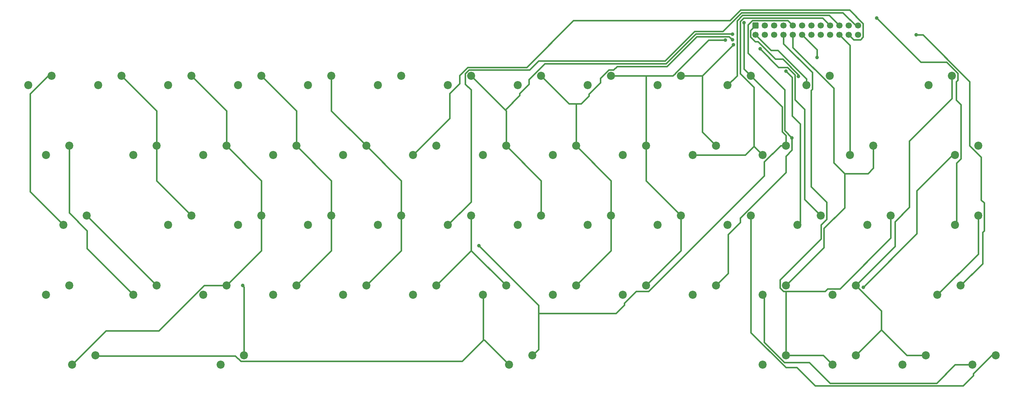
<source format=gbr>
%TF.GenerationSoftware,KiCad,Pcbnew,7.0.1*%
%TF.CreationDate,2023-10-19T22:58:34+03:00*%
%TF.ProjectId,keyboard_cherry,6b657962-6f61-4726-945f-636865727279,rev?*%
%TF.SameCoordinates,Original*%
%TF.FileFunction,Copper,L2,Bot*%
%TF.FilePolarity,Positive*%
%FSLAX46Y46*%
G04 Gerber Fmt 4.6, Leading zero omitted, Abs format (unit mm)*
G04 Created by KiCad (PCBNEW 7.0.1) date 2023-10-19 22:58:34*
%MOMM*%
%LPD*%
G01*
G04 APERTURE LIST*
G04 Aperture macros list*
%AMRoundRect*
0 Rectangle with rounded corners*
0 $1 Rounding radius*
0 $2 $3 $4 $5 $6 $7 $8 $9 X,Y pos of 4 corners*
0 Add a 4 corners polygon primitive as box body*
4,1,4,$2,$3,$4,$5,$6,$7,$8,$9,$2,$3,0*
0 Add four circle primitives for the rounded corners*
1,1,$1+$1,$2,$3*
1,1,$1+$1,$4,$5*
1,1,$1+$1,$6,$7*
1,1,$1+$1,$8,$9*
0 Add four rect primitives between the rounded corners*
20,1,$1+$1,$2,$3,$4,$5,0*
20,1,$1+$1,$4,$5,$6,$7,0*
20,1,$1+$1,$6,$7,$8,$9,0*
20,1,$1+$1,$8,$9,$2,$3,0*%
G04 Aperture macros list end*
%TA.AperFunction,ComponentPad*%
%ADD10RoundRect,0.250000X0.600000X-0.600000X0.600000X0.600000X-0.600000X0.600000X-0.600000X-0.600000X0*%
%TD*%
%TA.AperFunction,ComponentPad*%
%ADD11C,1.700000*%
%TD*%
%TA.AperFunction,ComponentPad*%
%ADD12C,2.200000*%
%TD*%
%TA.AperFunction,ViaPad*%
%ADD13C,1.000000*%
%TD*%
%TA.AperFunction,Conductor*%
%ADD14C,0.400000*%
%TD*%
G04 APERTURE END LIST*
D10*
%TO.P,J1,1,Pin_1*%
%TO.N,Net-(J1-Pin_1)*%
X211750000Y-4590000D03*
D11*
%TO.P,J1,2,Pin_2*%
%TO.N,Net-(J1-Pin_2)*%
X211750000Y-7130000D03*
%TO.P,J1,3,Pin_3*%
%TO.N,Net-(J1-Pin_3)*%
X214290000Y-4590000D03*
%TO.P,J1,4,Pin_4*%
%TO.N,Net-(J1-Pin_4)*%
X214290000Y-7130000D03*
%TO.P,J1,5,Pin_5*%
%TO.N,Net-(J1-Pin_5)*%
X216830000Y-4590000D03*
%TO.P,J1,6,Pin_6*%
%TO.N,Net-(J1-Pin_6)*%
X216830000Y-7130000D03*
%TO.P,J1,7,Pin_7*%
%TO.N,Net-(J1-Pin_7)*%
X219370000Y-4590000D03*
%TO.P,J1,8,Pin_8*%
%TO.N,Net-(J1-Pin_8)*%
X219370000Y-7130000D03*
%TO.P,J1,9,Pin_9*%
%TO.N,Net-(J1-Pin_9)*%
X221910000Y-4590000D03*
%TO.P,J1,10,Pin_10*%
%TO.N,Net-(J1-Pin_10)*%
X221910000Y-7130000D03*
%TO.P,J1,11,Pin_11*%
%TO.N,Net-(J1-Pin_11)*%
X224450000Y-4590000D03*
%TO.P,J1,12,Pin_12*%
%TO.N,Net-(J1-Pin_12)*%
X224450000Y-7130000D03*
%TO.P,J1,13,Pin_13*%
%TO.N,Net-(J1-Pin_13)*%
X226990000Y-4590000D03*
%TO.P,J1,14,Pin_14*%
%TO.N,Net-(J1-Pin_14)*%
X226990000Y-7130000D03*
%TO.P,J1,15,Pin_15*%
%TO.N,Net-(J1-Pin_15)*%
X229530000Y-4590000D03*
%TO.P,J1,16,Pin_16*%
%TO.N,Net-(J1-Pin_16)*%
X229530000Y-7130000D03*
%TO.P,J1,17,Pin_17*%
%TO.N,Net-(J1-Pin_17)*%
X232070000Y-4590000D03*
%TO.P,J1,18,Pin_18*%
%TO.N,Net-(J1-Pin_18)*%
X232070000Y-7130000D03*
%TO.P,J1,19,Pin_19*%
%TO.N,Net-(J1-Pin_19)*%
X234610000Y-4590000D03*
%TO.P,J1,20,Pin_20*%
%TO.N,Net-(J1-Pin_20)*%
X234610000Y-7130000D03*
%TO.P,J1,21,Pin_21*%
%TO.N,Net-(J1-Pin_21)*%
X237150000Y-4590000D03*
%TO.P,J1,22,Pin_22*%
%TO.N,Net-(J1-Pin_22)*%
X237150000Y-7130000D03*
%TO.P,J1,23,Pin_23*%
%TO.N,Net-(J1-Pin_23)*%
X239690000Y-4590000D03*
%TO.P,J1,24,Pin_24*%
%TO.N,Net-(J1-Pin_24)*%
X239690000Y-7130000D03*
%TD*%
D12*
%TO.P,SW21,1,1*%
%TO.N,Net-(J1-Pin_4)*%
X162867900Y-37350000D03*
%TO.P,SW21,2,2*%
%TO.N,Net-(J1-Pin_17)*%
X156517900Y-39890000D03*
%TD*%
%TO.P,SW59,1,1*%
%TO.N,Net-(J1-Pin_6)*%
X277167900Y-94500000D03*
%TO.P,SW59,2,2*%
%TO.N,Net-(J1-Pin_13)*%
X270817900Y-97040000D03*
%TD*%
%TO.P,SW33,1,1*%
%TO.N,Net-(J1-Pin_3)*%
X153342900Y-56400000D03*
%TO.P,SW33,2,2*%
%TO.N,Net-(J1-Pin_15)*%
X146992900Y-58940000D03*
%TD*%
%TO.P,SW60,1,1*%
%TO.N,Net-(J1-Pin_1)*%
X231924200Y-18300000D03*
%TO.P,SW60,2,2*%
%TO.N,Net-(J1-Pin_2)*%
X225574200Y-20840000D03*
%TD*%
%TO.P,SW2,1,1*%
%TO.N,Net-(J1-Pin_9)*%
X272405400Y-37350000D03*
%TO.P,SW2,2,2*%
%TO.N,Net-(J1-Pin_20)*%
X266055400Y-39890000D03*
%TD*%
%TO.P,SW23,1,1*%
%TO.N,Net-(J1-Pin_6)*%
X200967900Y-37350000D03*
%TO.P,SW23,2,2*%
%TO.N,Net-(J1-Pin_17)*%
X194617900Y-39890000D03*
%TD*%
%TO.P,SW25,1,1*%
%TO.N,Net-(J1-Pin_11)*%
X72380400Y-94500000D03*
%TO.P,SW25,2,2*%
%TO.N,Net-(J1-Pin_18)*%
X66030400Y-97040000D03*
%TD*%
%TO.P,SW46,1,1*%
%TO.N,Net-(J1-Pin_5)*%
X181917900Y-75450000D03*
%TO.P,SW46,2,2*%
%TO.N,Net-(J1-Pin_13)*%
X175567900Y-77990000D03*
%TD*%
%TO.P,SW29,1,1*%
%TO.N,Net-(J1-Pin_6)*%
X77142900Y-56400000D03*
%TO.P,SW29,2,2*%
%TO.N,Net-(J1-Pin_23)*%
X70792900Y-58940000D03*
%TD*%
%TO.P,SW32,1,1*%
%TO.N,Net-(J1-Pin_3)*%
X134292900Y-56400000D03*
%TO.P,SW32,2,2*%
%TO.N,Net-(J1-Pin_23)*%
X127942900Y-58940000D03*
%TD*%
%TO.P,SW17,1,1*%
%TO.N,Net-(J1-Pin_5)*%
X86667900Y-37350000D03*
%TO.P,SW17,2,2*%
%TO.N,Net-(J1-Pin_22)*%
X80317900Y-39890000D03*
%TD*%
%TO.P,SW49,1,1*%
%TO.N,Net-(J1-Pin_13)*%
X31899200Y-94500000D03*
%TO.P,SW49,2,2*%
%TO.N,Net-(J1-Pin_6)*%
X25549200Y-97040000D03*
%TD*%
%TO.P,SW37,1,1*%
%TO.N,Net-(J1-Pin_7)*%
X272405400Y-56400000D03*
%TO.P,SW37,2,2*%
%TO.N,Net-(J1-Pin_15)*%
X266055400Y-58940000D03*
%TD*%
%TO.P,SW13,1,1*%
%TO.N,Net-(J1-Pin_14)*%
X19992900Y-18300000D03*
%TO.P,SW13,2,2*%
%TO.N,Net-(J1-Pin_12)*%
X13642900Y-20840000D03*
%TD*%
%TO.P,SW39,1,1*%
%TO.N,Net-(J1-Pin_11)*%
X48567900Y-75450000D03*
%TO.P,SW39,2,2*%
%TO.N,Net-(J1-Pin_20)*%
X42217900Y-77990000D03*
%TD*%
%TO.P,SW19,1,1*%
%TO.N,Net-(J1-Pin_3)*%
X124767900Y-37350000D03*
%TO.P,SW19,2,2*%
%TO.N,Net-(J1-Pin_22)*%
X118417900Y-39890000D03*
%TD*%
%TO.P,SW28,1,1*%
%TO.N,Net-(J1-Pin_7)*%
X58092900Y-56400000D03*
%TO.P,SW28,2,2*%
%TO.N,Net-(J1-Pin_23)*%
X51742900Y-58940000D03*
%TD*%
%TO.P,SW24,1,1*%
%TO.N,Net-(J1-Pin_7)*%
X220017900Y-37350000D03*
%TO.P,SW24,2,2*%
%TO.N,Net-(J1-Pin_17)*%
X213667900Y-39890000D03*
%TD*%
%TO.P,SW9,1,1*%
%TO.N,Net-(J1-Pin_4)*%
X153342900Y-18300000D03*
%TO.P,SW9,2,2*%
%TO.N,Net-(J1-Pin_19)*%
X146992900Y-20840000D03*
%TD*%
%TO.P,SW34,1,1*%
%TO.N,Net-(J1-Pin_4)*%
X172392900Y-56400000D03*
%TO.P,SW34,2,2*%
%TO.N,Net-(J1-Pin_15)*%
X166042900Y-58940000D03*
%TD*%
%TO.P,SW6,1,1*%
%TO.N,Net-(J1-Pin_4)*%
X96192900Y-18300000D03*
%TO.P,SW6,2,2*%
%TO.N,Net-(J1-Pin_21)*%
X89842900Y-20840000D03*
%TD*%
%TO.P,SW12,1,1*%
%TO.N,Net-(J1-Pin_7)*%
X210492900Y-18300000D03*
%TO.P,SW12,2,2*%
%TO.N,Net-(J1-Pin_19)*%
X204142900Y-20840000D03*
%TD*%
%TO.P,SW22,1,1*%
%TO.N,Net-(J1-Pin_5)*%
X181917900Y-37350000D03*
%TO.P,SW22,2,2*%
%TO.N,Net-(J1-Pin_17)*%
X175567900Y-39890000D03*
%TD*%
%TO.P,SW45,1,1*%
%TO.N,Net-(J1-Pin_4)*%
X162867900Y-75450000D03*
%TO.P,SW45,2,2*%
%TO.N,Net-(J1-Pin_13)*%
X156517900Y-77990000D03*
%TD*%
%TO.P,SW57,1,1*%
%TO.N,Net-(J1-Pin_18)*%
X239067900Y-94500000D03*
%TO.P,SW57,2,2*%
%TO.N,Net-(J1-Pin_8)*%
X232717900Y-97040000D03*
%TD*%
%TO.P,SW58,1,1*%
%TO.N,Net-(J1-Pin_9)*%
X200967900Y-75450000D03*
%TO.P,SW58,2,2*%
%TO.N,Net-(J1-Pin_13)*%
X194617900Y-77990000D03*
%TD*%
%TO.P,SW41,1,1*%
%TO.N,Net-(J1-Pin_5)*%
X86667900Y-75450000D03*
%TO.P,SW41,2,2*%
%TO.N,Net-(J1-Pin_24)*%
X80317900Y-77990000D03*
%TD*%
%TO.P,SW51,1,1*%
%TO.N,Net-(J1-Pin_8)*%
X248592900Y-56400000D03*
%TO.P,SW51,2,2*%
%TO.N,Net-(J1-Pin_16)*%
X242242900Y-58940000D03*
%TD*%
%TO.P,SW36,1,1*%
%TO.N,Net-(J1-Pin_6)*%
X210492900Y-56400000D03*
%TO.P,SW36,2,2*%
%TO.N,Net-(J1-Pin_15)*%
X204142900Y-58940000D03*
%TD*%
%TO.P,SW48,1,1*%
%TO.N,Net-(J1-Pin_24)*%
X267642900Y-75450000D03*
%TO.P,SW48,2,2*%
%TO.N,Net-(J1-Pin_7)*%
X261292900Y-77990000D03*
%TD*%
%TO.P,SW10,1,1*%
%TO.N,Net-(J1-Pin_5)*%
X172392900Y-18300000D03*
%TO.P,SW10,2,2*%
%TO.N,Net-(J1-Pin_19)*%
X166042900Y-20840000D03*
%TD*%
%TO.P,SW4,1,1*%
%TO.N,Net-(J1-Pin_6)*%
X58092900Y-18300000D03*
%TO.P,SW4,2,2*%
%TO.N,Net-(J1-Pin_21)*%
X51742900Y-20840000D03*
%TD*%
%TO.P,SW31,1,1*%
%TO.N,Net-(J1-Pin_4)*%
X115242900Y-56400000D03*
%TO.P,SW31,2,2*%
%TO.N,Net-(J1-Pin_23)*%
X108892900Y-58940000D03*
%TD*%
%TO.P,SW5,1,1*%
%TO.N,Net-(J1-Pin_5)*%
X77142900Y-18300000D03*
%TO.P,SW5,2,2*%
%TO.N,Net-(J1-Pin_21)*%
X70792900Y-20840000D03*
%TD*%
%TO.P,SW1,1,1*%
%TO.N,Net-(J1-Pin_10)*%
X243830400Y-37350000D03*
%TO.P,SW1,2,2*%
%TO.N,Net-(J1-Pin_20)*%
X237480400Y-39890000D03*
%TD*%
%TO.P,SW7,1,1*%
%TO.N,Net-(J1-Pin_3)*%
X115242900Y-18300000D03*
%TO.P,SW7,2,2*%
%TO.N,Net-(J1-Pin_21)*%
X108892900Y-20840000D03*
%TD*%
%TO.P,SW53,1,1*%
%TO.N,Net-(J1-Pin_18)*%
X258117900Y-94500000D03*
%TO.P,SW53,2,2*%
%TO.N,Net-(J1-Pin_10)*%
X251767900Y-97040000D03*
%TD*%
%TO.P,SW56,1,1*%
%TO.N,Net-(J1-Pin_18)*%
X239067900Y-75450000D03*
%TO.P,SW56,2,2*%
%TO.N,Net-(J1-Pin_9)*%
X232717900Y-77990000D03*
%TD*%
%TO.P,SW16,1,1*%
%TO.N,Net-(J1-Pin_6)*%
X67617900Y-37350000D03*
%TO.P,SW16,2,2*%
%TO.N,Net-(J1-Pin_22)*%
X61267900Y-39890000D03*
%TD*%
%TO.P,SW40,1,1*%
%TO.N,Net-(J1-Pin_6)*%
X67617900Y-75450000D03*
%TO.P,SW40,2,2*%
%TO.N,Net-(J1-Pin_24)*%
X61267900Y-77990000D03*
%TD*%
%TO.P,SW18,1,1*%
%TO.N,Net-(J1-Pin_4)*%
X105717900Y-37350000D03*
%TO.P,SW18,2,2*%
%TO.N,Net-(J1-Pin_22)*%
X99367900Y-39890000D03*
%TD*%
%TO.P,SW42,1,1*%
%TO.N,Net-(J1-Pin_4)*%
X105717900Y-75450000D03*
%TO.P,SW42,2,2*%
%TO.N,Net-(J1-Pin_24)*%
X99367900Y-77990000D03*
%TD*%
%TO.P,SW54,1,1*%
%TO.N,Net-(J1-Pin_7)*%
X150961700Y-94500000D03*
%TO.P,SW54,2,2*%
%TO.N,Net-(J1-Pin_13)*%
X144611700Y-97040000D03*
%TD*%
%TO.P,SW52,1,1*%
%TO.N,Net-(J1-Pin_8)*%
X220017900Y-94500000D03*
%TO.P,SW52,2,2*%
%TO.N,Net-(J1-Pin_20)*%
X213667900Y-97040000D03*
%TD*%
%TO.P,SW43,1,1*%
%TO.N,Net-(J1-Pin_3)*%
X124767900Y-75450000D03*
%TO.P,SW43,2,2*%
%TO.N,Net-(J1-Pin_24)*%
X118417900Y-77990000D03*
%TD*%
%TO.P,SW27,1,1*%
%TO.N,Net-(J1-Pin_20)*%
X24755400Y-37350000D03*
%TO.P,SW27,2,2*%
%TO.N,Net-(J1-Pin_12)*%
X18405400Y-39890000D03*
%TD*%
%TO.P,SW26,1,1*%
%TO.N,Net-(J1-Pin_11)*%
X29517900Y-56400000D03*
%TO.P,SW26,2,2*%
%TO.N,Net-(J1-Pin_14)*%
X23167900Y-58940000D03*
%TD*%
%TO.P,SW44,1,1*%
%TO.N,Net-(J1-Pin_3)*%
X143817900Y-75450000D03*
%TO.P,SW44,2,2*%
%TO.N,Net-(J1-Pin_13)*%
X137467900Y-77990000D03*
%TD*%
%TO.P,SW47,1,1*%
%TO.N,Net-(J1-Pin_10)*%
X220017900Y-75450000D03*
%TO.P,SW47,2,2*%
%TO.N,Net-(J1-Pin_13)*%
X213667900Y-77990000D03*
%TD*%
%TO.P,SW15,1,1*%
%TO.N,Net-(J1-Pin_7)*%
X48567900Y-37350000D03*
%TO.P,SW15,2,2*%
%TO.N,Net-(J1-Pin_22)*%
X42217900Y-39890000D03*
%TD*%
%TO.P,SW35,1,1*%
%TO.N,Net-(J1-Pin_5)*%
X191442900Y-56400000D03*
%TO.P,SW35,2,2*%
%TO.N,Net-(J1-Pin_15)*%
X185092900Y-58940000D03*
%TD*%
%TO.P,SW3,1,1*%
%TO.N,Net-(J1-Pin_7)*%
X39042900Y-18300000D03*
%TO.P,SW3,2,2*%
%TO.N,Net-(J1-Pin_21)*%
X32692900Y-20840000D03*
%TD*%
%TO.P,SW11,1,1*%
%TO.N,Net-(J1-Pin_6)*%
X191442900Y-18300000D03*
%TO.P,SW11,2,2*%
%TO.N,Net-(J1-Pin_19)*%
X185092900Y-20840000D03*
%TD*%
%TO.P,SW38,1,1*%
%TO.N,Net-(J1-Pin_7)*%
X24755400Y-75450000D03*
%TO.P,SW38,2,2*%
%TO.N,Net-(J1-Pin_24)*%
X18405400Y-77990000D03*
%TD*%
%TO.P,SW30,1,1*%
%TO.N,Net-(J1-Pin_5)*%
X96192900Y-56400000D03*
%TO.P,SW30,2,2*%
%TO.N,Net-(J1-Pin_23)*%
X89842900Y-58940000D03*
%TD*%
%TO.P,SW50,1,1*%
%TO.N,Net-(J1-Pin_11)*%
X229542900Y-56400000D03*
%TO.P,SW50,2,2*%
%TO.N,Net-(J1-Pin_16)*%
X223192900Y-58940000D03*
%TD*%
%TO.P,SW14,1,1*%
%TO.N,Net-(J1-Pin_18)*%
X265261700Y-18300000D03*
%TO.P,SW14,2,2*%
%TO.N,Net-(J1-Pin_12)*%
X258911700Y-20840000D03*
%TD*%
%TO.P,SW8,1,1*%
%TO.N,Net-(J1-Pin_3)*%
X134292900Y-18300000D03*
%TO.P,SW8,2,2*%
%TO.N,Net-(J1-Pin_19)*%
X127942900Y-20840000D03*
%TD*%
%TO.P,SW20,1,1*%
%TO.N,Net-(J1-Pin_3)*%
X143817900Y-37350000D03*
%TO.P,SW20,2,2*%
%TO.N,Net-(J1-Pin_17)*%
X137467900Y-39890000D03*
%TD*%
D13*
%TO.N,Net-(J1-Pin_1)*%
X223440100Y-18474400D03*
%TO.N,Net-(J1-Pin_3)*%
X205442300Y-6966200D03*
%TO.N,Net-(J1-Pin_4)*%
X205443900Y-8484200D03*
%TO.N,Net-(J1-Pin_5)*%
X203477400Y-8580100D03*
%TO.N,Net-(J1-Pin_6)*%
X205676200Y-9837300D03*
%TO.N,Net-(J1-Pin_7)*%
X136363900Y-64570000D03*
X208597300Y-3799100D03*
%TO.N,Net-(J1-Pin_9)*%
X221661900Y-35189200D03*
%TO.N,Net-(J1-Pin_11)*%
X71986400Y-75428100D03*
X212961200Y-10944800D03*
%TO.N,Net-(J1-Pin_12)*%
X228495100Y-13273500D03*
%TO.N,Net-(J1-Pin_15)*%
X244738100Y-2534100D03*
%TO.N,Net-(J1-Pin_16)*%
X219998000Y-16977900D03*
%TO.N,Net-(J1-Pin_20)*%
X241064300Y-75935400D03*
%TO.N,Net-(J1-Pin_24)*%
X255476400Y-7130000D03*
%TD*%
D14*
%TO.N,Net-(J1-Pin_23)*%
X134255600Y-52627300D02*
X127942900Y-58940000D01*
X132650900Y-20527400D02*
X134255600Y-22132100D01*
X134255600Y-22132100D02*
X134255600Y-52627300D01*
X133630158Y-16700000D02*
X132650900Y-17679258D01*
X150176000Y-16700000D02*
X133630158Y-16700000D01*
X152626000Y-14250000D02*
X150176000Y-16700000D01*
X202821150Y-6175800D02*
X195164401Y-6175800D01*
X187090201Y-14250000D02*
X152626000Y-14250000D01*
X207921650Y-1075300D02*
X202821150Y-6175800D01*
X132650900Y-17679258D02*
X132650900Y-20527400D01*
X239374594Y-4905406D02*
X235544489Y-1075300D01*
X195164401Y-6175800D02*
X187090201Y-14250000D01*
X239690000Y-4590000D02*
X239374594Y-4905406D01*
X235544489Y-1075300D02*
X207921650Y-1075300D01*
%TO.N,Net-(J1-Pin_19)*%
X206700400Y-18282500D02*
X204142900Y-20840000D01*
X206700400Y-3286500D02*
X206700400Y-18282500D01*
X208177700Y-1809200D02*
X206700400Y-3286500D01*
X231829200Y-1809200D02*
X208177700Y-1809200D01*
X234610000Y-4590000D02*
X231829200Y-1809200D01*
%TO.N,Net-(J1-Pin_17)*%
X207552700Y-3426800D02*
X207552700Y-17674900D01*
X208470300Y-2509200D02*
X207552700Y-3426800D01*
X229989200Y-2509200D02*
X208470300Y-2509200D01*
X211306100Y-21428300D02*
X211306100Y-37528200D01*
X232070000Y-4590000D02*
X229989200Y-2509200D01*
X207552700Y-17674900D02*
X211306100Y-21428300D01*
%TO.N,Net-(J1-Pin_3)*%
X205351900Y-6875800D02*
X205442300Y-6966200D01*
X150032300Y-19325900D02*
X154358200Y-15000000D01*
X154358200Y-15000000D02*
X187330151Y-15000000D01*
X187330151Y-15000000D02*
X195454351Y-6875800D01*
X147449800Y-23122400D02*
X150032300Y-20539900D01*
X147449800Y-23657700D02*
X147449800Y-23122400D01*
X195454351Y-6875800D02*
X205351900Y-6875800D01*
X143550200Y-27557300D02*
X147449800Y-23657700D01*
X150032300Y-20539900D02*
X150032300Y-19325900D01*
%TO.N,Net-(J1-Pin_4)*%
X204535500Y-7575800D02*
X205443900Y-8484200D01*
X195744301Y-7575800D02*
X204535500Y-7575800D01*
X187570101Y-15750000D02*
X195744301Y-7575800D01*
X174005642Y-15750000D02*
X187570101Y-15750000D01*
X171730158Y-16700000D02*
X173055642Y-16700000D01*
X166367600Y-23254600D02*
X169465700Y-20156500D01*
X166367600Y-23772200D02*
X166367600Y-23254600D01*
X164259400Y-25880400D02*
X166367600Y-23772200D01*
X169465700Y-20156500D02*
X169465700Y-18964458D01*
X169465700Y-18964458D02*
X171730158Y-16700000D01*
X162867900Y-25880400D02*
X164259400Y-25880400D01*
X173055642Y-16700000D02*
X174005642Y-15750000D01*
%TO.N,Net-(J1-Pin_22)*%
X128399800Y-29908100D02*
X118417900Y-39890000D01*
X128399800Y-23122400D02*
X128399800Y-29908100D01*
X131120000Y-20402200D02*
X128399800Y-23122400D01*
X131120000Y-18220208D02*
X131120000Y-20402200D01*
X133340208Y-16000000D02*
X131120000Y-18220208D01*
X149376000Y-16000000D02*
X133340208Y-16000000D01*
X162126000Y-3250000D02*
X149376000Y-16000000D01*
X207631700Y-375300D02*
X204757000Y-3250000D01*
X241052500Y-7740600D02*
X241052500Y-4027900D01*
X240311100Y-8482000D02*
X241052500Y-7740600D01*
X241052500Y-4027900D02*
X237399900Y-375300D01*
X238502000Y-8482000D02*
X240311100Y-8482000D01*
X237399900Y-375300D02*
X207631700Y-375300D01*
X204757000Y-3250000D02*
X162126000Y-3250000D01*
X237150000Y-7130000D02*
X238502000Y-8482000D01*
%TO.N,Net-(J1-Pin_5)*%
X189842900Y-17637258D02*
X190780158Y-16700000D01*
X190780158Y-16700000D02*
X190800000Y-16700000D01*
X198919900Y-8580100D02*
X203477400Y-8580100D01*
X189842900Y-17657100D02*
X189842900Y-17637258D01*
X190800000Y-16700000D02*
X198919900Y-8580100D01*
X181917900Y-18300000D02*
X189200000Y-18300000D01*
X189200000Y-18300000D02*
X189842900Y-17657100D01*
%TO.N,Net-(J1-Pin_1)*%
X223440100Y-18474400D02*
X223440100Y-18010400D01*
X210386500Y-5953500D02*
X211750000Y-4590000D01*
X217161400Y-13713500D02*
X212412100Y-8964200D01*
X219143200Y-13713500D02*
X217161400Y-13713500D01*
X223440100Y-18010400D02*
X219143200Y-13713500D01*
X210386500Y-7682400D02*
X210386500Y-5953500D01*
X211668300Y-8964200D02*
X210386500Y-7682400D01*
X212412100Y-8964200D02*
X211668300Y-8964200D01*
%TO.N,Net-(J1-Pin_2)*%
X225574200Y-20840000D02*
X225574200Y-19151900D01*
X215988400Y-11368400D02*
X211750000Y-7130000D01*
X225574200Y-19151900D02*
X217790700Y-11368400D01*
X217790700Y-11368400D02*
X215988400Y-11368400D01*
%TO.N,Net-(J1-Pin_3)*%
X153342900Y-46875000D02*
X153342900Y-56400000D01*
X143817900Y-37350000D02*
X153342900Y-46875000D01*
X134292900Y-65925000D02*
X143817900Y-75450000D01*
X134292900Y-56400000D02*
X134292900Y-65925000D01*
X143817900Y-27825000D02*
X143817900Y-37350000D01*
X143550200Y-27557300D02*
X143817900Y-27825000D01*
X124767900Y-75450000D02*
X134292900Y-65925000D01*
X134292900Y-18300000D02*
X143550200Y-27557300D01*
%TO.N,Net-(J1-Pin_4)*%
X160923300Y-25880400D02*
X162867900Y-25880400D01*
X115242900Y-46875000D02*
X105717900Y-37350000D01*
X115242900Y-65925000D02*
X115242900Y-56400000D01*
X162867900Y-37350000D02*
X172392900Y-46875000D01*
X105717900Y-37350000D02*
X96192900Y-27825000D01*
X162867900Y-75450000D02*
X172392900Y-65925000D01*
X96192900Y-27825000D02*
X96192900Y-18300000D01*
X172392900Y-65925000D02*
X172392900Y-56400000D01*
X172392900Y-46875000D02*
X172392900Y-56400000D01*
X105717900Y-75450000D02*
X115242900Y-65925000D01*
X115242900Y-56400000D02*
X115242900Y-46875000D01*
X162867900Y-25880400D02*
X162867900Y-37350000D01*
X153342900Y-18300000D02*
X160923300Y-25880400D01*
%TO.N,Net-(J1-Pin_5)*%
X77142900Y-18300000D02*
X86667900Y-27825000D01*
X86667900Y-75450000D02*
X96192900Y-65925000D01*
X96192900Y-65925000D02*
X96192900Y-56400000D01*
X172392900Y-18300000D02*
X181917900Y-18300000D01*
X191442900Y-56400000D02*
X191442900Y-65925000D01*
X86667900Y-27825000D02*
X86667900Y-37350000D01*
X96192900Y-56400000D02*
X96192900Y-46875000D01*
X181917900Y-18300000D02*
X181917900Y-37350000D01*
X181917900Y-46875000D02*
X181917900Y-37350000D01*
X191442900Y-56400000D02*
X181917900Y-46875000D01*
X191442900Y-65925000D02*
X181917900Y-75450000D01*
X96192900Y-46875000D02*
X86667900Y-37350000D01*
%TO.N,Net-(J1-Pin_6)*%
X191442900Y-18300000D02*
X197213500Y-18300000D01*
X197213500Y-33595600D02*
X197213500Y-18300000D01*
X271116700Y-99969000D02*
X271116700Y-99480500D01*
X67617900Y-37350000D02*
X77142900Y-46875000D01*
X219979100Y-97794700D02*
X223002300Y-97794700D01*
X210492900Y-88308500D02*
X219979100Y-97794700D01*
X228010100Y-102802500D02*
X268283200Y-102802500D01*
X67617900Y-27825000D02*
X67617900Y-37350000D01*
X271116700Y-99480500D02*
X276097200Y-94500000D01*
X61497800Y-75450000D02*
X49167800Y-87780000D01*
X77142900Y-46875000D02*
X77142900Y-56400000D01*
X49167800Y-87780000D02*
X34809200Y-87780000D01*
X268283200Y-102802500D02*
X271116700Y-99969000D01*
X77142900Y-65925000D02*
X67617900Y-75450000D01*
X77142900Y-56400000D02*
X77142900Y-65925000D01*
X200967900Y-37350000D02*
X197213500Y-33595600D01*
X276097200Y-94500000D02*
X277167900Y-94500000D01*
X67617900Y-75450000D02*
X61497800Y-75450000D01*
X58092900Y-18300000D02*
X67617900Y-27825000D01*
X34809200Y-87780000D02*
X25549200Y-97040000D01*
X197213500Y-18300000D02*
X205676200Y-9837300D01*
X210492900Y-56400000D02*
X210492900Y-88308500D01*
X223002300Y-97794700D02*
X228010100Y-102802500D01*
%TO.N,Net-(J1-Pin_7)*%
X220017900Y-34535150D02*
X220017900Y-36299900D01*
X208597300Y-16404400D02*
X210492900Y-18300000D01*
X152612200Y-83066900D02*
X173716700Y-83066900D01*
X210492900Y-18300000D02*
X218968200Y-26775300D01*
X272405400Y-66877500D02*
X261292900Y-77990000D01*
X220017900Y-36299900D02*
X218967800Y-37350000D01*
X152612200Y-80818300D02*
X136363900Y-64570000D01*
X179219000Y-77078200D02*
X182560300Y-77078200D01*
X48567900Y-46875000D02*
X48567900Y-37350000D01*
X208597300Y-3799100D02*
X208597300Y-16404400D01*
X218550000Y-37350000D02*
X218967800Y-37350000D01*
X218968200Y-33485450D02*
X220017900Y-34535150D01*
X214124800Y-41775200D02*
X218550000Y-37350000D01*
X152612200Y-83066900D02*
X152612200Y-80818300D01*
X272405400Y-56400000D02*
X272405400Y-66877500D01*
X176024800Y-80758800D02*
X176024800Y-80272400D01*
X152612200Y-92849500D02*
X152612200Y-83066900D01*
X48567900Y-37350000D02*
X48567900Y-27825000D01*
X182560300Y-77078200D02*
X214124800Y-45513700D01*
X48567900Y-27825000D02*
X39042900Y-18300000D01*
X176024800Y-80272400D02*
X179219000Y-77078200D01*
X150961700Y-94500000D02*
X152612200Y-92849500D01*
X173716700Y-83066900D02*
X176024800Y-80758800D01*
X58092900Y-56400000D02*
X48567900Y-46875000D01*
X218967800Y-37350000D02*
X220017900Y-37350000D01*
X214124800Y-45513700D02*
X214124800Y-41775200D01*
X218968200Y-26775300D02*
X218968200Y-33485450D01*
%TO.N,Net-(J1-Pin_8)*%
X229568400Y-62769300D02*
X229568400Y-58934700D01*
X226874700Y-48488700D02*
X226874700Y-22278800D01*
X231144800Y-57358300D02*
X231144800Y-52758800D01*
X227211600Y-17374700D02*
X219370000Y-9533100D01*
X230177900Y-94500000D02*
X232717900Y-97040000D01*
X226874700Y-22278800D02*
X227211600Y-21941900D01*
X227211600Y-21941900D02*
X227211600Y-17374700D01*
X234733300Y-76356600D02*
X231380400Y-76356600D01*
X218407700Y-73930000D02*
X229568400Y-62769300D01*
X219370000Y-9533100D02*
X219370000Y-7130000D01*
X218407700Y-76136300D02*
X218407700Y-73930000D01*
X231144800Y-52758800D02*
X226874700Y-48488700D01*
X229568400Y-58934700D02*
X231144800Y-57358300D01*
X220017900Y-94500000D02*
X230177900Y-94500000D01*
X220017900Y-77059500D02*
X220017900Y-94500000D01*
X220017900Y-77059500D02*
X219330900Y-77059500D01*
X248592900Y-62497000D02*
X234733300Y-76356600D01*
X230677500Y-77059500D02*
X220017900Y-77059500D01*
X219330900Y-77059500D02*
X218407700Y-76136300D01*
X248592900Y-56400000D02*
X248592900Y-62497000D01*
X231380400Y-76356600D02*
X230677500Y-77059500D01*
%TO.N,Net-(J1-Pin_9)*%
X221661900Y-35189200D02*
X221661900Y-38496000D01*
X207565700Y-57061800D02*
X207565700Y-58256500D01*
X219668200Y-22077600D02*
X219668200Y-33195500D01*
X220529200Y-3209200D02*
X210839300Y-3209200D01*
X221661900Y-38496000D02*
X219979800Y-40178100D01*
X219979800Y-44647700D02*
X207565700Y-57061800D01*
X207565700Y-58256500D02*
X204247500Y-61574700D01*
X219668200Y-33195500D02*
X221661900Y-35189200D01*
X204247500Y-61574700D02*
X204247500Y-72170400D01*
X210839300Y-3209200D02*
X209681100Y-4367400D01*
X221910000Y-4590000D02*
X220529200Y-3209200D01*
X219979800Y-40178100D02*
X219979800Y-44647700D01*
X204247500Y-72170400D02*
X200967900Y-75450000D01*
X209681100Y-4367400D02*
X209681100Y-12090500D01*
X209681100Y-12090500D02*
X219668200Y-22077600D01*
%TO.N,Net-(J1-Pin_10)*%
X235986100Y-44962500D02*
X235986100Y-54237000D01*
X230327800Y-59895300D02*
X230327800Y-65140100D01*
X233032900Y-21693600D02*
X233032900Y-42009300D01*
X243830400Y-43466500D02*
X243830400Y-37350000D01*
X235986100Y-44962500D02*
X242334400Y-44962500D01*
X233032900Y-42009300D02*
X235986100Y-44962500D01*
X230327800Y-65140100D02*
X220017900Y-75450000D01*
X221910000Y-10570700D02*
X233032900Y-21693600D01*
X221910000Y-7130000D02*
X221910000Y-10570700D01*
X235986100Y-54237000D02*
X230327800Y-59895300D01*
X242334400Y-44962500D02*
X243830400Y-43466500D01*
%TO.N,Net-(J1-Pin_11)*%
X220413100Y-15976000D02*
X217992400Y-15976000D01*
X225100000Y-27426100D02*
X222438200Y-24764300D01*
X225100000Y-51957100D02*
X225100000Y-27426100D01*
X48567900Y-75450000D02*
X29517900Y-56400000D01*
X72380400Y-75822100D02*
X72380400Y-94500000D01*
X222438200Y-18001100D02*
X220413100Y-15976000D01*
X217992400Y-15976000D02*
X212961200Y-10944800D01*
X229542900Y-56400000D02*
X225100000Y-51957100D01*
X71986400Y-75428100D02*
X72380400Y-75822100D01*
X222438200Y-24764300D02*
X222438200Y-18001100D01*
%TO.N,Net-(J1-Pin_12)*%
X224450000Y-7130000D02*
X228495000Y-11175000D01*
X228495000Y-11175000D02*
X228495000Y-13273500D01*
X228495000Y-13273500D02*
X228495100Y-13273500D01*
%TO.N,Net-(J1-Pin_13)*%
X214124800Y-90910000D02*
X214124800Y-78446900D01*
X69997600Y-94617400D02*
X71504200Y-96124000D01*
X214124800Y-78446900D02*
X213667900Y-77990000D01*
X219607200Y-96392400D02*
X214124800Y-90910000D01*
X270817900Y-97040000D02*
X266117100Y-97040000D01*
X31899200Y-94500000D02*
X32016600Y-94617400D01*
X137467900Y-77990000D02*
X137582100Y-78104200D01*
X137582100Y-78104200D02*
X137582100Y-90353000D01*
X137924700Y-90353000D02*
X144611700Y-97040000D01*
X131811100Y-96124000D02*
X137582100Y-90353000D01*
X32016600Y-94617400D02*
X69997600Y-94617400D01*
X266117100Y-97040000D02*
X261066600Y-102090500D01*
X71504200Y-96124000D02*
X131811100Y-96124000D01*
X261066600Y-102090500D02*
X232046700Y-102090500D01*
X137582100Y-90353000D02*
X137924700Y-90353000D01*
X226348600Y-96392400D02*
X219607200Y-96392400D01*
X232046700Y-102090500D02*
X226348600Y-96392400D01*
%TO.N,Net-(J1-Pin_14)*%
X14100000Y-49872100D02*
X23167900Y-58940000D01*
X18997366Y-18300000D02*
X14100000Y-23197366D01*
X19992900Y-18300000D02*
X18997366Y-18300000D01*
X14100000Y-23197366D02*
X14100000Y-49872100D01*
%TO.N,Net-(J1-Pin_15)*%
X267705400Y-26159000D02*
X266438600Y-24892200D01*
X263754400Y-14521500D02*
X256725500Y-14521500D01*
X266865300Y-19486400D02*
X266865300Y-17632400D01*
X256725500Y-14521500D02*
X244738100Y-2534100D01*
X267705400Y-40859900D02*
X267705400Y-26159000D01*
X266438600Y-24892200D02*
X266438600Y-19913100D01*
X266512300Y-42053000D02*
X267705400Y-40859900D01*
X266865300Y-17632400D02*
X263754400Y-14521500D01*
X266438600Y-19913100D02*
X266865300Y-19486400D01*
X266055400Y-58940000D02*
X266512300Y-58483100D01*
X266512300Y-58483100D02*
X266512300Y-42053000D01*
%TO.N,Net-(J1-Pin_16)*%
X219998000Y-16977900D02*
X221735900Y-18715800D01*
X223907900Y-31410100D02*
X223907900Y-58225000D01*
X221735900Y-29238100D02*
X223907900Y-31410100D01*
X223907900Y-58225000D02*
X223192900Y-58940000D01*
X221735900Y-18715800D02*
X221735900Y-29238100D01*
%TO.N,Net-(J1-Pin_17)*%
X213667900Y-39890000D02*
X211306100Y-37528200D01*
X208944300Y-39890000D02*
X211306100Y-37528200D01*
X194617900Y-39890000D02*
X208944300Y-39890000D01*
%TO.N,Net-(J1-Pin_18)*%
X252959500Y-94500000D02*
X258117900Y-94500000D01*
X246013700Y-82395800D02*
X246013700Y-87554200D01*
X239067900Y-75450000D02*
X246013700Y-82395800D01*
X253657800Y-54125100D02*
X249721400Y-58061500D01*
X239067900Y-94500000D02*
X246013700Y-87554200D01*
X249721400Y-64796500D02*
X239067900Y-75450000D01*
X253657800Y-36053600D02*
X253657800Y-54125100D01*
X249721400Y-58061500D02*
X249721400Y-64796500D01*
X246013700Y-87554200D02*
X252959500Y-94500000D01*
X265261700Y-18300000D02*
X265261700Y-24449700D01*
X265261700Y-24449700D02*
X253657800Y-36053600D01*
%TO.N,Net-(J1-Pin_20)*%
X255667600Y-49636000D02*
X255667600Y-61332100D01*
X29602200Y-60491600D02*
X29602200Y-65374300D01*
X237480400Y-10000400D02*
X237480400Y-39890000D01*
X24755400Y-55644800D02*
X29602200Y-60491600D01*
X266055400Y-39890000D02*
X265413600Y-39890000D01*
X24755400Y-37350000D02*
X24755400Y-55644800D01*
X29602200Y-65374300D02*
X42217900Y-77990000D01*
X265413600Y-39890000D02*
X255667600Y-49636000D01*
X234610000Y-7130000D02*
X237480400Y-10000400D01*
X255667600Y-61332100D02*
X241064300Y-75935400D01*
%TO.N,Net-(J1-Pin_24)*%
X267642900Y-75450000D02*
X273593500Y-69499400D01*
X270083400Y-37309800D02*
X270083400Y-19850100D01*
X273593500Y-69499400D02*
X273593500Y-60920100D01*
X274024700Y-52930500D02*
X273218600Y-52124400D01*
X257363300Y-7130000D02*
X255476400Y-7130000D01*
X273593500Y-60920100D02*
X274024700Y-60488900D01*
X273218600Y-40445000D02*
X270083400Y-37309800D01*
X274024700Y-60488900D02*
X274024700Y-52930500D01*
X270083400Y-19850100D02*
X257363300Y-7130000D01*
X273218600Y-52124400D02*
X273218600Y-40445000D01*
%TD*%
M02*

</source>
